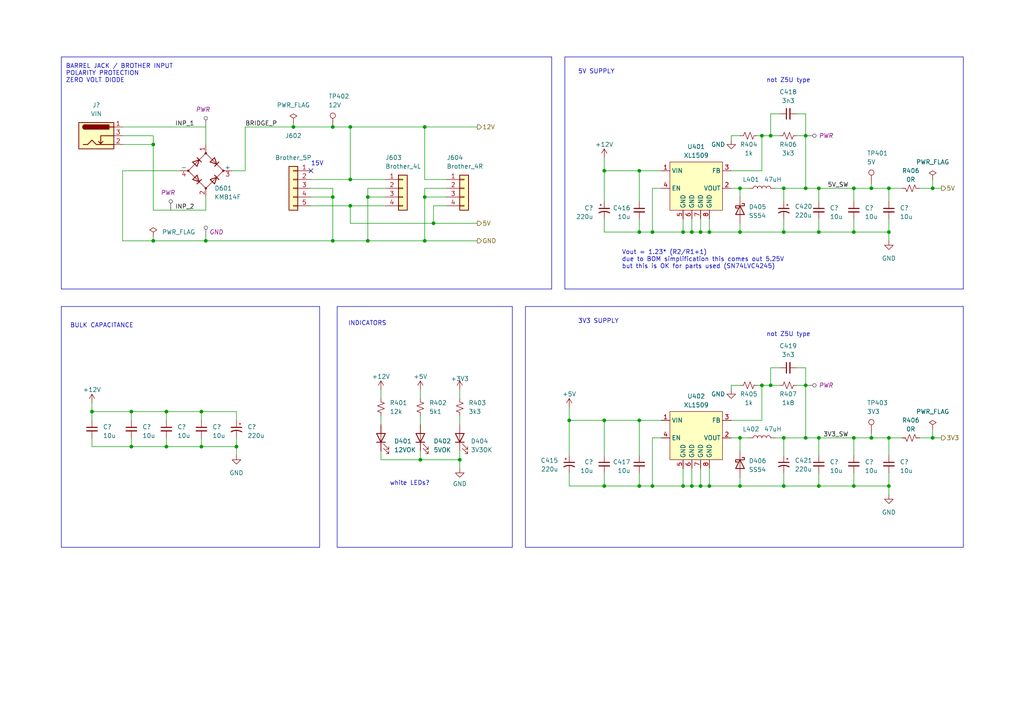
<source format=kicad_sch>
(kicad_sch (version 20230121) (generator eeschema)
  (paper "A4")
  (title_block (title "POWER SUPPLY") (date "2023-07-17") (rev "0.1") (company "matei") (comment 1 "ayab-knitting.com") (comment 2 "distributed under CC-BY-SA-4.0"))
  (lib_symbols
    (symbol "Connector:Barrel_Jack_Switch" (pin_names hide)
      (property "Reference" "J" (at 0 5.334 0))
      (property "Value" "Barrel_Jack_Switch" (at 0 -5.08 0))
      (symbol "Barrel_Jack_Switch_1_1"
        (pin passive line (at 7.62 2.54 180) (length 2.54) (name "~") (number "1"))
        (pin passive line (at 7.62 -2.54 180) (length 2.54) (name "~") (number "2"))
        (pin passive line (at 7.62 0 180) (length 2.54) (name "~") (number "3"))
      )
    )
    (symbol "Device:D_Bridge_+-AA" (pin_names (offset 0))
      (property "Reference" "D?" (at -10.16 -3.81 0))
      (property "Value" "D_Bridge_+-AA" (at -10.16 -6.35 0))
      (symbol "D_Bridge_+-AA_1_1"
        (pin passive line (at 0 7.62 270) (length 2.54) (name "~") (number "1"))
        (pin passive line (at 0 -7.62 90) (length 2.54) (name "~") (number "2"))
        (pin passive line (at 7.62 0 180) (length 2.54) (name "+") (number "3"))
        (pin passive line (at -7.62 0 0) (length 2.54) (name "-") (number "4"))
      )
    )
    (symbol "ayab-lib:C_Polarized_Small_US" (pin_numbers hide) (pin_names (offset 0.254) hide)
      (property "Reference" "C" (at 0.254 1.778 0))
      (property "Value" "C_Polarized_Small_US" (at 0.254 -2.032 0))
      (symbol "C_Polarized_Small_US_1_1"
        (pin passive line (at 0 2.54 270) (length 2.032) (name "~") (number "1"))
        (pin passive line (at 0 -2.54 90) (length 2.032) (name "~") (number "2"))
      )
    )
    (symbol "ayab-lib:C_Small" (pin_numbers hide) (pin_names (offset 0.254) hide)
      (property "Reference" "C" (at 0.254 1.778 0))
      (property "Value" "C_Small" (at 0.254 -2.032 0))
      (symbol "C_Small_1_1"
        (pin passive line (at 0 2.54 270) (length 2.032) (name "~") (number "1"))
        (pin passive line (at 0 -2.54 90) (length 2.032) (name "~") (number "2"))
      )
    )
    (symbol "ayab-lib:Conn_01x04" (pin_names (offset 1.016) hide)
      (property "Reference" "J" (at 0 5.08 0))
      (property "Value" "Conn_01x04" (at 0 -7.62 0))
      (symbol "Conn_01x04_1_1"
        (pin passive line (at -5.08 2.54 0) (length 3.81) (name "Pin_1") (number "1"))
        (pin passive line (at -5.08 0 0) (length 3.81) (name "Pin_2") (number "2"))
        (pin passive line (at -5.08 -2.54 0) (length 3.81) (name "Pin_3") (number "3"))
        (pin passive line (at -5.08 -5.08 0) (length 3.81) (name "Pin_4") (number "4"))
      )
    )
    (symbol "ayab-lib:Conn_01x05" (pin_names (offset 1.016) hide)
      (property "Reference" "J" (at 0 7.62 0))
      (property "Value" "Conn_01x05" (at 0 -7.62 0))
      (symbol "Conn_01x05_1_1"
        (pin passive line (at -5.08 5.08 0) (length 3.81) (name "Pin_1") (number "1"))
        (pin passive line (at -5.08 2.54 0) (length 3.81) (name "Pin_2") (number "2"))
        (pin passive line (at -5.08 0 0) (length 3.81) (name "Pin_3") (number "3"))
        (pin passive line (at -5.08 -2.54 0) (length 3.81) (name "Pin_4") (number "4"))
        (pin passive line (at -5.08 -5.08 0) (length 3.81) (name "Pin_5") (number "5"))
      )
    )
    (symbol "ayab-lib:D_Schottky" (pin_numbers hide) (pin_names (offset 1.016) hide)
      (property "Reference" "D" (at 0 2.54 0))
      (property "Value" "D_Schottky" (at 0 -2.54 0))
      (symbol "D_Schottky_1_1"
        (pin passive line (at -3.81 0 0) (length 2.54) (name "K") (number "1"))
        (pin passive line (at 3.81 0 180) (length 2.54) (name "A") (number "2"))
      )
    )
    (symbol "ayab-lib:L" (pin_numbers hide) (pin_names (offset 1.016) hide)
      (property "Reference" "L" (at -1.27 0 90))
      (property "Value" "L" (at 1.905 0 90))
      (symbol "L_1_1"
        (pin passive line (at 0 3.81 270) (length 1.27) (name "1") (number "1"))
        (pin passive line (at 0 -3.81 90) (length 1.27) (name "2") (number "2"))
      )
    )
    (symbol "ayab-lib:LED" (pin_numbers hide) (pin_names (offset 1.016) hide)
      (property "Reference" "D" (at 0 2.54 0))
      (property "Value" "LED" (at 0 -2.54 0))
      (symbol "LED_1_1"
        (pin passive line (at -3.81 0 0) (length 2.54) (name "K") (number "1"))
        (pin passive line (at 3.81 0 180) (length 2.54) (name "A") (number "2"))
      )
    )
    (symbol "ayab-lib:R_Small_US" (pin_numbers hide) (pin_names (offset 0.254) hide)
      (property "Reference" "R" (at 0.762 0.508 0))
      (property "Value" "R_Small_US" (at 0.762 -1.016 0))
      (symbol "R_Small_US_1_1"
        (pin passive line (at 0 2.54 270) (length 1.016) (name "~") (number "1"))
        (pin passive line (at 0 -2.54 90) (length 1.016) (name "~") (number "2"))
      )
    )
    (symbol "ayab-lib:TestPoint" (pin_numbers hide) (pin_names (offset 0.762) hide)
      (property "Reference" "TP" (at 0 6.858 0))
      (property "Value" "TestPoint" (at 0 5.08 0))
      (symbol "TestPoint_1_1"
        (pin passive line (at 0 0 90) (length 2.54) (name "1") (number "1"))
      )
    )
    (symbol "ayab-lib:XL1509"
      (property "Reference" "U" (at -6.35 16.51 0))
      (property "Value" "XL1509" (at 5.08 16.51 0))
      (symbol "XL1509_0_0"
        (pin input line (at -3.81 -7.62 90) (length 2.54) (name "GND") (number "5"))
        (pin input line (at -1.27 -7.62 90) (length 2.54) (name "GND") (number "6"))
        (pin input line (at 1.27 -7.62 90) (length 2.54) (name "GND") (number "7"))
        (pin input line (at 3.81 -7.62 90) (length 2.54) (name "GND") (number "8"))
      )
      (symbol "XL1509_1_1"
        (pin input line (at -10.16 6.35 0) (length 2.54) (name "VIN") (number "1"))
        (pin input line (at 10.16 1.27 180) (length 2.54) (name "VOUT") (number "2"))
        (pin input line (at 10.16 6.35 180) (length 2.54) (name "FB") (number "3"))
        (pin input line (at -10.16 1.27 0) (length 2.54) (name "EN") (number "4"))
      )
    )
    (symbol "power:+12V" (power) (pin_names (offset 0))
      (property "Value" "+12V" (at 0 3.556 0))
      (symbol "+12V_1_1"
        (pin power_in line (at 0 0 90) (length 0) hide (name "+12V") (number "1"))
      )
    )
    (symbol "power:+3V3" (power) (pin_names (offset 0))
      (property "Value" "+3V3" (at 0 3.556 0))
      (symbol "+3V3_1_1"
        (pin power_in line (at 0 0 90) (length 0) hide (name "+3V3") (number "1"))
      )
    )
    (symbol "power:+5V" (power) (pin_names (offset 0))
      (property "Value" "+5V" (at 0 3.556 0))
      (symbol "+5V_1_1"
        (pin power_in line (at 0 0 90) (length 0) hide (name "+5V") (number "1"))
      )
    )
    (symbol "power:GND" (power) (pin_names (offset 0))
      (property "Value" "GND" (at 0 -3.81 0))
      (symbol "GND_1_1"
        (pin power_in line (at 0 0 270) (length 0) hide (name "GND") (number "1"))
      )
    )
    (symbol "power:PWR_FLAG" (power) (pin_numbers hide) (pin_names (offset 0) hide)
      (property "Value" "PWR_FLAG" (at 0 3.81 0))
      (symbol "PWR_FLAG_0_0"
        (pin power_out line (at 0 0 90) (length 0) (name "pwr") (number "1"))
      )
    )
  )
  (junction (at 125.73 64.77))
  (junction (at 198.12 140.97))
  (junction (at 223.52 111.76))
  (junction (at 44.45 69.85))
  (junction (at 189.23 140.97))
  (junction (at 38.1 119.38))
  (junction (at 189.23 67.31))
  (junction (at 220.98 39.37))
  (junction (at 237.49 140.97))
  (junction (at 247.65 54.61))
  (junction (at 96.52 57.15))
  (junction (at 198.12 67.31))
  (junction (at 38.1 129.54))
  (junction (at 185.42 121.92))
  (junction (at 121.92 133.35))
  (junction (at 101.6 36.83))
  (junction (at 203.2 67.31))
  (junction (at 101.6 52.07))
  (junction (at 227.33 127))
  (junction (at 133.35 133.35))
  (junction (at 106.68 69.85))
  (junction (at 185.42 140.97))
  (junction (at 257.81 67.31))
  (junction (at 237.49 54.61))
  (junction (at 123.19 57.15))
  (junction (at 203.2 140.97))
  (junction (at 214.63 140.97))
  (junction (at 101.6 59.69))
  (junction (at 247.65 140.97))
  (junction (at 257.81 127))
  (junction (at 85.09 36.83))
  (junction (at 44.45 41.91))
  (junction (at 227.33 140.97))
  (junction (at 233.68 127))
  (junction (at 233.68 39.37))
  (junction (at 227.33 67.31))
  (junction (at 58.42 119.38))
  (junction (at 185.42 49.53))
  (junction (at 214.63 67.31))
  (junction (at 257.81 54.61))
  (junction (at 123.19 69.85))
  (junction (at 200.66 140.97))
  (junction (at 165.1 121.92))
  (junction (at 205.74 140.97))
  (junction (at 26.67 119.38))
  (junction (at 233.68 111.76))
  (junction (at 200.66 67.31))
  (junction (at 214.63 54.61))
  (junction (at 214.63 127))
  (junction (at 237.49 67.31))
  (junction (at 175.26 121.92))
  (junction (at 227.33 54.61))
  (junction (at 223.52 39.37))
  (junction (at 252.73 54.61))
  (junction (at 270.51 54.61))
  (junction (at 48.26 119.38))
  (junction (at 175.26 140.97))
  (junction (at 175.26 49.53))
  (junction (at 233.68 54.61))
  (junction (at 220.98 111.76))
  (junction (at 106.68 57.15))
  (junction (at 96.52 69.85))
  (junction (at 257.81 140.97))
  (junction (at 205.74 67.31))
  (junction (at 237.49 127))
  (junction (at 58.42 129.54))
  (junction (at 48.26 129.54))
  (junction (at 252.73 127))
  (junction (at 247.65 67.31))
  (junction (at 96.52 36.83))
  (junction (at 123.19 36.83))
  (junction (at 270.51 127))
  (junction (at 59.69 69.85))
  (junction (at 247.65 127))
  (junction (at 185.42 67.31))
  (junction (at 68.58 129.54))
  (no_connect (at 90.17 49.53))
  (polyline (pts (xy 17.78 158.75) (xy 92.71 158.75)))
  (wire (pts (xy 129.54 54.61) (xy 123.19 54.61)))
  (wire (pts (xy 175.26 137.16) (xy 175.26 140.97)))
  (wire (pts (xy 257.81 54.61) (xy 257.81 58.42)))
  (wire (pts (xy 237.49 140.97) (xy 247.65 140.97)))
  (polyline (pts (xy 97.79 88.9) (xy 97.79 158.75)))
  (wire (pts (xy 257.81 137.16) (xy 257.81 140.97)))
  (wire (pts (xy 247.65 67.31) (xy 257.81 67.31)))
  (wire (pts (xy 48.26 119.38) (xy 48.26 121.92)))
  (wire (pts (xy 214.63 64.77) (xy 214.63 67.31)))
  (wire (pts (xy 35.56 49.53) (xy 35.56 69.85)))
  (wire (pts (xy 123.19 54.61) (xy 123.19 57.15)))
  (wire (pts (xy 96.52 57.15) (xy 96.52 69.85)))
  (polyline (pts (xy 17.78 83.82) (xy 160.02 83.82)))
  (wire (pts (xy 257.81 63.5) (xy 257.81 67.31)))
  (wire (pts (xy 220.98 111.76) (xy 219.71 111.76)))
  (wire (pts (xy 223.52 33.02) (xy 223.52 39.37)))
  (wire (pts (xy 101.6 36.83) (xy 123.19 36.83)))
  (wire (pts (xy 26.67 127) (xy 26.67 129.54)))
  (wire (pts (xy 227.33 63.5) (xy 227.33 67.31)))
  (wire (pts (xy 214.63 39.37) (xy 212.09 39.37)))
  (wire (pts (xy 129.54 59.69) (xy 125.73 59.69)))
  (wire (pts (xy 125.73 59.69) (xy 125.73 64.77)))
  (wire (pts (xy 266.7 127) (xy 270.51 127)))
  (wire (pts (xy 59.69 69.85) (xy 96.52 69.85)))
  (wire (pts (xy 212.09 54.61) (xy 214.63 54.61)))
  (polyline (pts (xy 279.4 158.75) (xy 279.4 88.9)))
  (wire (pts (xy 96.52 54.61) (xy 96.52 57.15)))
  (wire (pts (xy 175.26 49.53) (xy 175.26 58.42)))
  (wire (pts (xy 203.2 67.31) (xy 205.74 67.31)))
  (wire (pts (xy 270.51 52.07) (xy 270.51 54.61)))
  (wire (pts (xy 233.68 54.61) (xy 237.49 54.61)))
  (wire (pts (xy 189.23 127) (xy 189.23 140.97)))
  (wire (pts (xy 237.49 54.61) (xy 237.49 58.42)))
  (wire (pts (xy 252.73 125.73) (xy 252.73 127)))
  (wire (pts (xy 175.26 121.92) (xy 175.26 132.08)))
  (wire (pts (xy 58.42 119.38) (xy 58.42 121.92)))
  (wire (pts (xy 68.58 119.38) (xy 68.58 121.92)))
  (wire (pts (xy 214.63 111.76) (xy 212.09 111.76)))
  (wire (pts (xy 191.77 121.92) (xy 185.42 121.92)))
  (wire (pts (xy 233.68 39.37) (xy 231.14 39.37)))
  (wire (pts (xy 90.17 59.69) (xy 101.6 59.69)))
  (wire (pts (xy 96.52 36.83) (xy 101.6 36.83)))
  (wire (pts (xy 90.17 57.15) (xy 96.52 57.15)))
  (wire (pts (xy 38.1 119.38) (xy 48.26 119.38)))
  (wire (pts (xy 123.19 57.15) (xy 129.54 57.15)))
  (wire (pts (xy 200.66 67.31) (xy 203.2 67.31)))
  (polyline (pts (xy 160.02 83.82) (xy 160.02 16.51)))
  (wire (pts (xy 252.73 127) (xy 257.81 127)))
  (wire (pts (xy 59.69 36.83) (xy 59.69 41.91)))
  (wire (pts (xy 212.09 49.53) (xy 220.98 49.53)))
  (wire (pts (xy 257.81 67.31) (xy 257.81 69.85)))
  (wire (pts (xy 90.17 54.61) (xy 96.52 54.61)))
  (polyline (pts (xy 17.78 88.9) (xy 17.78 158.75)))
  (wire (pts (xy 257.81 140.97) (xy 257.81 143.51)))
  (wire (pts (xy 226.06 111.76) (xy 223.52 111.76)))
  (wire (pts (xy 214.63 67.31) (xy 205.74 67.31)))
  (wire (pts (xy 233.68 111.76) (xy 233.68 106.68)))
  (wire (pts (xy 227.33 67.31) (xy 237.49 67.31)))
  (wire (pts (xy 220.98 111.76) (xy 223.52 111.76)))
  (wire (pts (xy 257.81 127) (xy 261.62 127)))
  (wire (pts (xy 44.45 68.58) (xy 44.45 69.85)))
  (wire (pts (xy 270.51 54.61) (xy 273.05 54.61)))
  (wire (pts (xy 237.49 67.31) (xy 247.65 67.31)))
  (wire (pts (xy 237.49 127) (xy 247.65 127)))
  (wire (pts (xy 212.09 127) (xy 214.63 127)))
  (wire (pts (xy 44.45 69.85) (xy 59.69 69.85)))
  (wire (pts (xy 203.2 63.5) (xy 203.2 67.31)))
  (wire (pts (xy 175.26 140.97) (xy 185.42 140.97)))
  (polyline (pts (xy 152.4 88.9) (xy 279.4 88.9)))
  (polyline (pts (xy 279.4 16.51) (xy 163.83 16.51)))
  (wire (pts (xy 252.73 54.61) (xy 257.81 54.61)))
  (wire (pts (xy 266.7 54.61) (xy 270.51 54.61)))
  (wire (pts (xy 110.49 120.65) (xy 110.49 123.19)))
  (wire (pts (xy 38.1 127) (xy 38.1 129.54)))
  (wire (pts (xy 191.77 127) (xy 189.23 127)))
  (wire (pts (xy 203.2 140.97) (xy 205.74 140.97)))
  (wire (pts (xy 38.1 129.54) (xy 48.26 129.54)))
  (wire (pts (xy 233.68 106.68) (xy 231.14 106.68)))
  (wire (pts (xy 227.33 127) (xy 227.33 132.08)))
  (wire (pts (xy 44.45 60.96) (xy 44.45 41.91)))
  (wire (pts (xy 185.42 63.5) (xy 185.42 67.31)))
  (wire (pts (xy 237.49 137.16) (xy 237.49 140.97)))
  (wire (pts (xy 101.6 52.07) (xy 111.76 52.07)))
  (wire (pts (xy 226.06 39.37) (xy 223.52 39.37)))
  (wire (pts (xy 35.56 69.85) (xy 44.45 69.85)))
  (wire (pts (xy 233.68 111.76) (xy 233.68 127)))
  (wire (pts (xy 252.73 53.34) (xy 252.73 54.61)))
  (wire (pts (xy 26.67 119.38) (xy 26.67 121.92)))
  (wire (pts (xy 220.98 121.92) (xy 220.98 111.76)))
  (wire (pts (xy 226.06 33.02) (xy 223.52 33.02)))
  (wire (pts (xy 205.74 140.97) (xy 205.74 135.89)))
  (wire (pts (xy 227.33 140.97) (xy 214.63 140.97)))
  (wire (pts (xy 237.49 63.5) (xy 237.49 67.31)))
  (wire (pts (xy 35.56 49.53) (xy 52.07 49.53)))
  (wire (pts (xy 35.56 39.37) (xy 44.45 39.37)))
  (wire (pts (xy 110.49 113.03) (xy 110.49 115.57)))
  (wire (pts (xy 257.81 54.61) (xy 261.62 54.61)))
  (wire (pts (xy 189.23 67.31) (xy 198.12 67.31)))
  (wire (pts (xy 111.76 54.61) (xy 106.68 54.61)))
  (wire (pts (xy 44.45 39.37) (xy 44.45 41.91)))
  (wire (pts (xy 133.35 130.81) (xy 133.35 133.35)))
  (wire (pts (xy 189.23 54.61) (xy 189.23 67.31)))
  (wire (pts (xy 123.19 36.83) (xy 138.43 36.83)))
  (wire (pts (xy 220.98 39.37) (xy 223.52 39.37)))
  (wire (pts (xy 133.35 120.65) (xy 133.35 123.19)))
  (wire (pts (xy 123.19 57.15) (xy 123.19 69.85)))
  (wire (pts (xy 68.58 129.54) (xy 68.58 132.08)))
  (wire (pts (xy 38.1 119.38) (xy 38.1 121.92)))
  (wire (pts (xy 227.33 137.16) (xy 227.33 140.97)))
  (wire (pts (xy 247.65 127) (xy 247.65 132.08)))
  (wire (pts (xy 185.42 67.31) (xy 189.23 67.31)))
  (wire (pts (xy 233.68 127) (xy 237.49 127)))
  (wire (pts (xy 198.12 135.89) (xy 198.12 140.97)))
  (wire (pts (xy 185.42 49.53) (xy 185.42 58.42)))
  (wire (pts (xy 223.52 106.68) (xy 223.52 111.76)))
  (wire (pts (xy 227.33 140.97) (xy 237.49 140.97)))
  (wire (pts (xy 175.26 67.31) (xy 185.42 67.31)))
  (wire (pts (xy 101.6 64.77) (xy 101.6 59.69)))
  (wire (pts (xy 200.66 135.89) (xy 200.66 140.97)))
  (polyline (pts (xy 97.79 158.75) (xy 148.59 158.75)))
  (wire (pts (xy 101.6 59.69) (xy 111.76 59.69)))
  (wire (pts (xy 68.58 129.54) (xy 68.58 127)))
  (wire (pts (xy 129.54 52.07) (xy 123.19 52.07)))
  (wire (pts (xy 227.33 67.31) (xy 214.63 67.31)))
  (wire (pts (xy 212.09 39.37) (xy 212.09 40.64)))
  (polyline (pts (xy 279.4 16.51) (xy 279.4 83.82)))
  (wire (pts (xy 247.65 127) (xy 252.73 127)))
  (wire (pts (xy 58.42 129.54) (xy 68.58 129.54)))
  (wire (pts (xy 220.98 49.53) (xy 220.98 39.37)))
  (wire (pts (xy 224.79 127) (xy 227.33 127)))
  (polyline (pts (xy 97.79 88.9) (xy 148.59 88.9)))
  (wire (pts (xy 227.33 127) (xy 233.68 127)))
  (polyline (pts (xy 92.71 158.75) (xy 92.71 88.9)))
  (wire (pts (xy 133.35 113.03) (xy 133.35 115.57)))
  (wire (pts (xy 106.68 54.61) (xy 106.68 57.15)))
  (wire (pts (xy 185.42 121.92) (xy 185.42 132.08)))
  (wire (pts (xy 165.1 121.92) (xy 165.1 132.08)))
  (wire (pts (xy 121.92 113.03) (xy 121.92 115.57)))
  (wire (pts (xy 96.52 69.85) (xy 106.68 69.85)))
  (wire (pts (xy 48.26 129.54) (xy 58.42 129.54)))
  (wire (pts (xy 44.45 60.96) (xy 59.69 60.96)))
  (wire (pts (xy 165.1 118.11) (xy 165.1 121.92)))
  (wire (pts (xy 106.68 57.15) (xy 106.68 69.85)))
  (wire (pts (xy 110.49 133.35) (xy 121.92 133.35)))
  (wire (pts (xy 214.63 127) (xy 217.17 127)))
  (wire (pts (xy 133.35 133.35) (xy 133.35 135.89)))
  (wire (pts (xy 214.63 140.97) (xy 205.74 140.97)))
  (wire (pts (xy 237.49 54.61) (xy 247.65 54.61)))
  (polyline (pts (xy 148.59 158.75) (xy 148.59 88.9)))
  (wire (pts (xy 226.06 106.68) (xy 223.52 106.68)))
  (wire (pts (xy 165.1 137.16) (xy 165.1 140.97)))
  (wire (pts (xy 191.77 49.53) (xy 185.42 49.53)))
  (wire (pts (xy 257.81 127) (xy 257.81 132.08)))
  (wire (pts (xy 59.69 68.58) (xy 59.69 69.85)))
  (wire (pts (xy 48.26 127) (xy 48.26 129.54)))
  (wire (pts (xy 214.63 138.43) (xy 214.63 140.97)))
  (wire (pts (xy 247.65 63.5) (xy 247.65 67.31)))
  (wire (pts (xy 200.66 140.97) (xy 203.2 140.97)))
  (wire (pts (xy 121.92 133.35) (xy 133.35 133.35)))
  (wire (pts (xy 205.74 67.31) (xy 205.74 63.5)))
  (wire (pts (xy 227.33 54.61) (xy 227.33 58.42)))
  (wire (pts (xy 247.65 54.61) (xy 247.65 58.42)))
  (polyline (pts (xy 152.4 88.9) (xy 152.4 158.75)))
  (wire (pts (xy 200.66 63.5) (xy 200.66 67.31)))
  (wire (pts (xy 233.68 33.02) (xy 231.14 33.02)))
  (wire (pts (xy 212.09 121.92) (xy 220.98 121.92)))
  (wire (pts (xy 270.51 124.46) (xy 270.51 127)))
  (wire (pts (xy 189.23 140.97) (xy 198.12 140.97)))
  (polyline (pts (xy 17.78 16.51) (xy 160.02 16.51)))
  (polyline (pts (xy 17.78 88.9) (xy 92.71 88.9)))
  (wire (pts (xy 123.19 36.83) (xy 123.19 52.07)))
  (wire (pts (xy 175.26 45.72) (xy 175.26 49.53)))
  (wire (pts (xy 203.2 135.89) (xy 203.2 140.97)))
  (wire (pts (xy 101.6 52.07) (xy 101.6 36.83)))
  (polyline (pts (xy 17.78 16.51) (xy 17.78 83.82)))
  (wire (pts (xy 233.68 111.76) (xy 231.14 111.76)))
  (wire (pts (xy 26.67 116.84) (xy 26.67 119.38)))
  (wire (pts (xy 48.26 119.38) (xy 58.42 119.38)))
  (wire (pts (xy 90.17 52.07) (xy 101.6 52.07)))
  (wire (pts (xy 71.12 49.53) (xy 71.12 36.83)))
  (wire (pts (xy 227.33 54.61) (xy 233.68 54.61)))
  (wire (pts (xy 233.68 39.37) (xy 233.68 54.61)))
  (wire (pts (xy 185.42 121.92) (xy 175.26 121.92)))
  (wire (pts (xy 85.09 36.83) (xy 96.52 36.83)))
  (wire (pts (xy 58.42 127) (xy 58.42 129.54)))
  (wire (pts (xy 110.49 130.81) (xy 110.49 133.35)))
  (wire (pts (xy 175.26 63.5) (xy 175.26 67.31)))
  (wire (pts (xy 237.49 127) (xy 237.49 132.08)))
  (wire (pts (xy 224.79 54.61) (xy 227.33 54.61)))
  (wire (pts (xy 59.69 60.96) (xy 59.69 57.15)))
  (wire (pts (xy 220.98 39.37) (xy 219.71 39.37)))
  (wire (pts (xy 26.67 129.54) (xy 38.1 129.54)))
  (wire (pts (xy 121.92 120.65) (xy 121.92 123.19)))
  (wire (pts (xy 111.76 57.15) (xy 106.68 57.15)))
  (wire (pts (xy 198.12 63.5) (xy 198.12 67.31)))
  (wire (pts (xy 191.77 54.61) (xy 189.23 54.61)))
  (wire (pts (xy 85.09 35.56) (xy 85.09 36.83)))
  (wire (pts (xy 123.19 69.85) (xy 138.43 69.85)))
  (polyline (pts (xy 163.83 83.82) (xy 279.4 83.82)))
  (polyline (pts (xy 163.83 16.51) (xy 163.83 83.82)))
  (wire (pts (xy 35.56 36.83) (xy 59.69 36.83)))
  (wire (pts (xy 198.12 67.31) (xy 200.66 67.31)))
  (wire (pts (xy 247.65 137.16) (xy 247.65 140.97)))
  (wire (pts (xy 185.42 49.53) (xy 175.26 49.53)))
  (wire (pts (xy 214.63 54.61) (xy 214.63 57.15)))
  (wire (pts (xy 71.12 36.83) (xy 85.09 36.83)))
  (wire (pts (xy 26.67 119.38) (xy 38.1 119.38)))
  (wire (pts (xy 67.31 49.53) (xy 71.12 49.53)))
  (wire (pts (xy 214.63 54.61) (xy 217.17 54.61)))
  (wire (pts (xy 185.42 140.97) (xy 189.23 140.97)))
  (polyline (pts (xy 152.4 158.75) (xy 279.4 158.75)))
  (wire (pts (xy 270.51 127) (xy 273.05 127)))
  (wire (pts (xy 247.65 54.61) (xy 252.73 54.61)))
  (wire (pts (xy 185.42 137.16) (xy 185.42 140.97)))
  (wire (pts (xy 125.73 64.77) (xy 138.43 64.77)))
  (wire (pts (xy 212.09 111.76) (xy 212.09 113.03)))
  (wire (pts (xy 233.68 39.37) (xy 233.68 33.02)))
  (wire (pts (xy 121.92 130.81) (xy 121.92 133.35)))
  (wire (pts (xy 214.63 127) (xy 214.63 130.81)))
  (wire (pts (xy 58.42 119.38) (xy 68.58 119.38)))
  (wire (pts (xy 101.6 64.77) (xy 125.73 64.77)))
  (wire (pts (xy 247.65 140.97) (xy 257.81 140.97)))
  (wire (pts (xy 106.68 69.85) (xy 123.19 69.85)))
  (wire (pts (xy 198.12 140.97) (xy 200.66 140.97)))
  (wire (pts (xy 44.45 41.91) (xy 35.56 41.91)))
  (wire (pts (xy 175.26 121.92) (xy 165.1 121.92)))
  (wire (pts (xy 165.1 140.97) (xy 175.26 140.97)))
  (text "not Z5U type" (at 222.25 97.79 0) (effects (font (size 1.27 1.27)) (justify left bottom)))
  (text "BULK CAPACITANCE\n" (at 20.32 95.25 0) (effects (font (size 1.27 1.27)) (justify left bottom)))
  (text "5V SUPPLY" (at 167.64 21.59 0) (effects (font (size 1.27 1.27)) (justify left bottom)))
  (text "INDICATORS" (at 100.965 94.615 0) (effects (font (size 1.27 1.27)) (justify left bottom)))
  (text "not Z5U type" (at 222.25 24.13 0) (effects (font (size 1.27 1.27)) (justify left bottom)))
  (text "3V3 SUPPLY" (at 167.64 93.98 0) (effects (font (size 1.27 1.27)) (justify left bottom)))
  (text "Vout = 1.23* (R2/R1+1)\ndue to BOM simplification this comes out 5.25V \nbut this is OK for parts used (SN74LVC4245)" (at 180.34 78.105 0) (effects (font (size 1.27 1.27)) (justify left bottom)))
  (text "white LEDs?" (at 113.03 140.97 0) (effects (font (size 1.27 1.27)) (justify left bottom)))
  (text "15V" (at 90.17 48.26 0) (effects (font (size 1.27 1.27)) (justify left bottom)))
  (text "BARREL JACK / BROTHER INPUT\nPOLARITY PROTECTION\nZERO VOLT DIODE" (at 19.05 24.13 0) (effects (font (size 1.27 1.27)) (justify left bottom)))
  (label "3V3_SW" (at 238.76 127 0))
  (label "BRIDGE_P" (at 71.12 36.83 0))
  (label "5V_SW" (at 240.03 54.61 0))
  (label "INP_2" (at 50.8 60.96 0))
  (label "INP_1" (at 50.8 36.83 0))
  (hierarchical_label "3V3" (shape output) (at 273.05 127 0))
  (hierarchical_label "5V" (shape output) (at 138.43 64.77 0))
  (hierarchical_label "5V" (shape output) (at 273.05 54.61 0))
  (hierarchical_label "12V" (shape output) (at 138.43 36.83 0))
  (hierarchical_label "GND" (shape output) (at 138.43 69.85 0))
  (netclass_flag "" (length 2.54) (shape round) (at 233.68 39.37 270) (property "Netclass" "PWR" (at 237.49 39.37 0) (effects (font italic) (justify left))))
  (netclass_flag "" (length 2.54) (shape round) (at 49.53 60.96 0) (property "Netclass" "PWR" (at 50.8 55.88 0) (effects (font italic) (justify right))))
  (netclass_flag "" (length 2.54) (shape round) (at 59.69 68.58 0) (property "Netclass" "GND" (at 64.77 67.31 0) (effects (font italic) (justify right))))
  (netclass_flag "" (length 2.54) (shape round) (at 233.68 111.76 270) (property "Netclass" "PWR" (at 237.49 111.76 0) (effects (font italic) (justify left))))
  (netclass_flag "" (length 2.54) (shape round) (at 59.69 36.83 0) (property "Netclass" "PWR" (at 60.96 31.75 0) (effects (font italic) (justify right))))
  (symbol (lib_id "ayab-lib:C_Polarized_Small_US") (at 175.26 60.96 0) (unit 1)
    (property "Reference" "C?" (at 172.085 60.3313 0) (effects (justify right)))
    (property "Value" "220u" (at 172.085 62.8713 0) (effects (justify right)))
    (property "Footprint" "Capacitor_THT:CP_Radial_D6.3mm_P2.50mm" (effects hide))
    (property "Package" "0603" (effects hide))
    (property "Voltage rating" "25V Aluminum Electrolytic" (effects hide))
    (property "LCSC ID" "C44587" (effects hide))
    (property "OEM PN" "KS107M025E07RR0VH2FP0" (effects hide))
    (property "OEM" "CX(Dongguan Chengxing Elec)" (effects hide))
    (instances (project "electronic-knitter" (path "" (reference "C?") (unit 1)) (path "" (reference "C411") (unit 1))) (project "ayab-esp32" (path "" (reference "C607") (unit 1))))
  )
  (symbol (lib_id "ayab-lib:Conn_01x04") (at 134.62 54.61 0) (unit 1) (in_bom no)
    (property "Reference" "J604" (at 129.54 45.72 0) (effects (justify left)))
    (property "Value" "Brother_4R" (at 129.54 48.26 0) (effects (justify left)))
    (property "Footprint" "Library:Brother_4P" (effects hide))
  )
  (symbol (lib_id "ayab-lib:LED") (at 133.35 127 90) (unit 1)
    (property "Reference" "D404" (at 136.525 127.9525 90) (effects (justify right)))
    (property "Value" "3V3OK" (at 136.525 130.4925 90) (effects (justify right)))
    (property "Footprint" "Diode_SMD:D_0603_1608Metric" (effects hide))
    (property "Package" "0603" (effects hide))
    (property "LCSC ID" "C2290" (effects hide))
    (property "OEM PN" "C2290" (effects hide))
    (property "OEM" "Hubei KENTO Elec" (effects hide))
    (instances (project "electronic-knitter" (path "" (reference "D404") (unit 1))) (project "ayab-esp32" (path "" (reference "D604") (unit 1))))
  )
  (symbol (lib_id "ayab-lib:C_Small") (at 48.26 124.46 0) (mirror y) (unit 1)
    (property "Reference" "C?" (at 51.435 123.8313 0) (effects (justify right)))
    (property "Value" "10u" (at 51.435 126.3713 0) (effects (justify right)))
    (property "Footprint" "Capacitor_SMD:C_0805_2012Metric" (effects hide))
    (property "Package" "0805" (effects hide))
    (property "Voltage rating" "24V X5R" (effects hide))
    (property "LCSC ID" "C15850" (effects hide))
    (property "OEM PN" "CL21A106KAYNNNE" (effects hide))
    (property "OEM" "Samsung Electro-Mechanics" (effects hide))
    (instances (project "electronic-knitter" (path "" (reference "C?") (unit 1)) (path "" (reference "C426") (unit 1))) (project "ayab-esp32" (path "" (reference "C604") (unit 1))))
  )
  (symbol (lib_id "ayab-lib:C_Small") (at 185.42 134.62 0) (unit 1)
    (property "Reference" "C417" (at 182.88 133.9913 0) (effects (justify right)))
    (property "Value" "10u" (at 182.88 136.5313 0) (effects (justify right)))
    (property "Footprint" "Capacitor_SMD:C_0805_2012Metric" (effects hide))
    (property "Package" "0805" (effects hide))
    (property "Voltage rating" "24V X5R" (effects hide))
    (property "LCSC ID" "C15850" (effects hide))
    (property "OEM PN" "CL21A106KAYNNNE" (effects hide))
    (property "OEM" "Samsung Electro-Mechanics" (effects hide))
    (instances (project "electronic-knitter" (path "" (reference "C417") (unit 1))) (project "ayab-esp32" (path "" (reference "C611") (unit 1))))
  )
  (symbol (lib_id "ayab-lib:C_Polarized_Small_US") (at 227.33 60.96 0) (mirror y) (unit 1)
    (property "Reference" "C420" (at 230.505 59.8932 0) (effects (justify right)))
    (property "Value" "220u" (at 230.505 62.4332 0) (effects (justify right)))
    (property "Footprint" "Capacitor_THT:CP_Radial_D6.3mm_P2.50mm" (effects hide))
    (property "Package" "0603" (effects hide))
    (property "Voltage rating" "25V Aluminum Electrolytic" (effects hide))
    (property "LCSC ID" "C44587" (effects hide))
    (property "OEM PN" "KS107M025E07RR0VH2FP0" (effects hide))
    (property "OEM" "CX(Dongguan Chengxing Elec)" (effects hide))
    (instances (project "electronic-knitter" (path "" (reference "C420") (unit 1))) (project "ayab-esp32" (path "" (reference "C612") (unit 1))))
  )
  (symbol (lib_id "power:+12V") (at 110.49 113.03 0) (mirror y) (unit 1)
    (property "Reference" "#PWR0114" (effects hide))
    (property "Value" "+12V" (at 110.49 109.22 0))
    (instances (project "electronic-knitter" (path "" (reference "#PWR0114") (unit 1)) (path "" (reference "#PWR0407") (unit 1))) (project "ayab-esp32" (path "" (reference "#PWR0603") (unit 1))))
  )
  (symbol (lib_id "ayab-lib:XL1509") (at 201.93 128.27 0) (unit 1)
    (property "Reference" "U402" (at 201.93 114.935 0))
    (property "Value" "XL1509" (at 201.93 117.475 0))
    (property "Footprint" "Package_SO:SOIC-8_3.9x4.9mm_P1.27mm" (effects hide))
    (property "Datasheet" "https://datasheet.lcsc.com/lcsc/2304140030_XLSEMI-XL1509-5-0E1_C61063.pdf" (effects hide))
    (property "Package" "SOIC-8" (effects hide))
    (property "LCSC ID" "C61063" (effects hide))
    (property "OEM PN" "XL1509-5.0E1" (effects hide))
    (property "OEM" "XLSEMI" (effects hide))
    (instances (project "electronic-knitter" (path "" (reference "U402") (unit 1))) (project "ayab-esp32" (path "" (reference "U602") (unit 1))))
  )
  (symbol (lib_id "ayab-lib:C_Small") (at 175.26 134.62 0) (unit 1)
    (property "Reference" "C?" (at 172.085 133.9913 0) (effects (justify right)))
    (property "Value" "10u" (at 172.085 136.5313 0) (effects (justify right)))
    (property "Footprint" "Capacitor_SMD:C_0805_2012Metric" (effects hide))
    (property "Package" "0805" (effects hide))
    (property "Voltage rating" "24V X5R" (effects hide))
    (property "LCSC ID" "C15850" (effects hide))
    (property "OEM PN" "CL21A106KAYNNNE" (effects hide))
    (property "OEM" "Samsung Electro-Mechanics" (effects hide))
    (instances (project "electronic-knitter" (path "" (reference "C?") (unit 1)) (path "" (reference "C424") (unit 1))) (project "ayab-esp32" (path "" (reference "C602") (unit 1))))
  )
  (symbol (lib_id "ayab-lib:Conn_01x05") (at 85.09 54.61 0) (mirror y) (unit 1) (in_bom no)
    (property "Reference" "J602" (at 85.09 39.37 0))
    (property "Value" "Brother_5P" (at 85.09 45.72 0))
    (property "Footprint" "Library:Brother_5P" (effects hide))
  )
  (symbol (lib_id "ayab-lib:LED") (at 121.92 127 90) (unit 1)
    (property "Reference" "D402" (at 125.73 127.9525 90) (effects (justify right)))
    (property "Value" "5VOK" (at 125.73 130.4925 90) (effects (justify right)))
    (property "Footprint" "Diode_SMD:D_0603_1608Metric" (effects hide))
    (property "Package" "0603" (effects hide))
    (property "LCSC ID" "C2290" (effects hide))
    (property "OEM PN" "C2290" (effects hide))
    (property "OEM" "Hubei KENTO Elec" (effects hide))
    (instances (project "electronic-knitter" (path "" (reference "D402") (unit 1))) (project "ayab-esp32" (path "" (reference "D603") (unit 1))))
  )
  (symbol (lib_id "ayab-lib:C_Small") (at 247.65 134.62 0) (mirror y) (unit 1)
    (property "Reference" "C?" (at 250.825 133.9913 0) (effects (justify right)))
    (property "Value" "10u" (at 250.825 136.5313 0) (effects (justify right)))
    (property "Footprint" "Capacitor_SMD:C_0805_2012Metric" (effects hide))
    (property "Package" "0805" (effects hide))
    (property "Voltage rating" "24V X5R" (effects hide))
    (property "LCSC ID" "C15850" (effects hide))
    (property "OEM PN" "CL21A106KAYNNNE" (effects hide))
    (property "OEM" "Samsung Electro-Mechanics" (effects hide))
    (instances (project "electronic-knitter" (path "" (reference "C?") (unit 1)) (path "" (reference "C410") (unit 1))) (project "ayab-esp32" (path "" (reference "C619") (unit 1))))
  )
  (symbol (lib_id "ayab-lib:L") (at 220.98 54.61 90) (unit 1)
    (property "Reference" "L401" (at 217.805 52.07 90))
    (property "Value" "47uH" (at 224.155 52.07 90))
    (property "Footprint" "Inductor_SMD:L_12x12mm_H8mm" (effects hide))
    (property "Datasheet" "https://datasheet.lcsc.com/lcsc/2108131530_SXN-Shun-Xiang-Nuo-Elec-SMDRI127-470MT_C9906.pdf" (effects hide))
    (property "Package" "12x12x8" (effects hide))
    (property "LCSC ID" "C9906" (effects hide))
    (property "OEM PN" "SMDRI127-470MT" (effects hide))
    (property "OEM" "SXN(Shun Xiang Nuo Elec)" (effects hide))
    (instances (project "electronic-knitter" (path "" (reference "L401") (unit 1))) (project "ayab-esp32" (path "" (reference "L601") (unit 1))))
  )
  (symbol (lib_id "ayab-lib:C_Polarized_Small_US") (at 165.1 134.62 0) (unit 1)
    (property "Reference" "C415" (at 161.925 133.5532 0) (effects (justify right)))
    (property "Value" "220u" (at 161.925 136.0932 0) (effects (justify right)))
    (property "Footprint" "Capacitor_THT:CP_Radial_D6.3mm_P2.50mm" (effects hide))
    (property "Package" "0603" (effects hide))
    (property "Voltage rating" "25V Aluminum Electrolytic" (effects hide))
    (property "LCSC ID" "C44587" (effects hide))
    (property "OEM PN" "KS107M025E07RR0VH2FP0" (effects hide))
    (property "OEM" "CX(Dongguan Chengxing Elec)" (effects hide))
    (instances (project "electronic-knitter" (path "" (reference "C415") (unit 1))) (project "ayab-esp32" (path "" (reference "C609") (unit 1))))
  )
  (symbol (lib_id "ayab-lib:R_Small_US") (at 264.16 54.61 90) (mirror x) (unit 1)
    (property "Reference" "R406" (at 264.16 49.53 90))
    (property "Value" "0R" (at 264.16 52.07 90))
    (property "Footprint" "Resistor_SMD:R_0603_1608Metric" (effects hide))
    (property "Package" "0603" (effects hide))
    (property "LCSC ID" "C21189" (effects hide))
    (property "OEM PN" "0603WAF0000T5E" (effects hide))
    (property "OEM" "UNI-ROYAL(Uniroyal Elec)" (effects hide))
    (instances (project "electronic-knitter" (path "" (reference "R406") (unit 1))) (project "ayab-esp32" (path "" (reference "R611") (unit 1))))
  )
  (symbol (lib_id "power:+3V3") (at 133.35 113.03 0) (unit 1)
    (property "Reference" "#PWR0409" (effects hide))
    (property "Value" "+3V3" (at 133.35 109.855 0))
    (instances (project "electronic-knitter" (path "" (reference "#PWR0409") (unit 1))) (project "ayab-esp32" (path "" (reference "#PWR0605") (unit 1))))
  )
  (symbol (lib_id "ayab-lib:C_Small") (at 247.65 60.96 0) (mirror y) (unit 1)
    (property "Reference" "C?" (at 250.825 60.3313 0) (effects (justify right)))
    (property "Value" "10u" (at 250.825 62.8713 0) (effects (justify right)))
    (property "Footprint" "Capacitor_SMD:C_0805_2012Metric" (effects hide))
    (property "Package" "0805" (effects hide))
    (property "Voltage rating" "24V X5R" (effects hide))
    (property "LCSC ID" "C15850" (effects hide))
    (property "OEM PN" "CL21A106KAYNNNE" (effects hide))
    (property "OEM" "Samsung Electro-Mechanics" (effects hide))
    (instances (project "electronic-knitter" (path "" (reference "C?") (unit 1)) (path "" (reference "C402") (unit 1))) (project "ayab-esp32" (path "" (reference "C618") (unit 1))))
  )
  (symbol (lib_id "ayab-lib:R_Small_US") (at 228.6 111.76 90) (unit 1)
    (property "Reference" "R407" (at 228.6 114.3 90))
    (property "Value" "1k8" (at 228.6 116.84 90))
    (property "Footprint" "Resistor_SMD:R_0603_1608Metric" (effects hide))
    (property "Package" "0603" (effects hide))
    (property "LCSC ID" "C4177" (effects hide))
    (property "OEM PN" "0603WAF1801T5E" (effects hide))
    (property "OEM" "UNI-ROYAL(Uniroyal Elec)" (effects hide))
    (instances (project "electronic-knitter" (path "" (reference "R407") (unit 1))) (project "ayab-esp32" (path "" (reference "R609") (unit 1))))
  )
  (symbol (lib_id "ayab-lib:R_Small_US") (at 121.92 118.11 0) (unit 1)
    (property "Reference" "R402" (at 124.46 116.84 0) (effects (justify left)))
    (property "Value" "5k1" (at 124.46 119.38 0) (effects (justify left)))
    (property "Footprint" "Resistor_SMD:R_0603_1608Metric" (effects hide))
    (property "Package" "0603" (effects hide))
    (property "LCSC ID" "C23186" (effects hide))
    (property "OEM PN" "0603WAF5101T5E" (effects hide))
    (property "OEM" "UNI-ROYAL(Uniroyal Elec)" (effects hide))
    (instances (project "electronic-knitter" (path "" (reference "R402") (unit 1))) (project "ayab-esp32" (path "" (reference "R604") (unit 1))))
  )
  (symbol (lib_id "ayab-lib:L") (at 220.98 127 90) (unit 1)
    (property "Reference" "L402" (at 217.805 124.46 90))
    (property "Value" "47uH" (at 224.155 124.46 90))
    (property "Footprint" "Inductor_SMD:L_12x12mm_H8mm" (effects hide))
    (property "Datasheet" "https://datasheet.lcsc.com/lcsc/2108131530_SXN-Shun-Xiang-Nuo-Elec-SMDRI127-470MT_C9906.pdf" (effects hide))
    (property "Package" "12x12x8" (effects hide))
    (property "LCSC ID" "C9906" (effects hide))
    (property "OEM PN" "SMDRI127-470MT" (effects hide))
    (property "OEM" "SXN(Shun Xiang Nuo Elec)" (effects hide))
    (instances (project "electronic-knitter" (path "" (reference "L402") (unit 1))) (project "ayab-esp32" (path "" (reference "L602") (unit 1))))
  )
  (symbol (lib_id "ayab-lib:TestPoint") (at 252.73 125.73 0) (unit 1) (in_bom no)
    (property "Reference" "TP403" (at 251.46 116.84 0) (effects (justify left)))
    (property "Value" "3V3" (at 251.46 119.38 0) (effects (justify left)))
    (property "Footprint" "TestPoint:TestPoint_Pad_D1.0mm" (effects hide))
    (instances (project "electronic-knitter" (path "" (reference "TP403") (unit 1))) (project "ayab-esp32" (path "" (reference "TP603") (unit 1))))
  )
  (symbol (lib_id "power:GND") (at 212.09 40.64 0) (unit 1)
    (property "Reference" "#PWR0413" (effects hide))
    (property "Value" "GND" (at 208.28 41.91 0))
    (instances (project "electronic-knitter" (path "" (reference "#PWR0413") (unit 1))) (project "ayab-esp32" (path "" (reference "#PWR0609") (unit 1))))
  )
  (symbol (lib_id "ayab-lib:TestPoint") (at 96.52 36.83 0) (unit 1) (in_bom no)
    (property "Reference" "TP402" (at 95.25 27.94 0) (effects (justify left)))
    (property "Value" "12V" (at 95.25 30.48 0) (effects (justify left)))
    (property "Footprint" "TestPoint:TestPoint_Pad_D1.0mm" (effects hide))
    (instances (project "electronic-knitter" (path "" (reference "TP402") (unit 1))) (project "ayab-esp32" (path "" (reference "TP601") (unit 1))))
  )
  (symbol (lib_id "power:GND") (at 257.81 69.85 0) (mirror y) (unit 1)
    (property "Reference" "#PWR0113" (effects hide))
    (property "Value" "GND" (at 257.81 74.93 0))
    (instances (project "electronic-knitter" (path "" (reference "#PWR0113") (unit 1)) (path "" (reference "#PWR0406") (unit 1))) (project "ayab-esp32" (path "" (reference "#PWR0611") (unit 1))))
  )
  (symbol (lib_id "ayab-lib:TestPoint") (at 252.73 53.34 0) (unit 1) (in_bom no)
    (property "Reference" "TP401" (at 251.46 44.45 0) (effects (justify left)))
    (property "Value" "5V" (at 251.46 46.99 0) (effects (justify left)))
    (property "Footprint" "TestPoint:TestPoint_Pad_D1.0mm" (effects hide))
    (instances (project "electronic-knitter" (path "" (reference "TP401") (unit 1))) (project "ayab-esp32" (path "" (reference "TP602") (unit 1))))
  )
  (symbol (lib_id "ayab-lib:C_Small") (at 237.49 60.96 0) (mirror y) (unit 1)
    (property "Reference" "C?" (at 240.665 60.3313 0) (effects (justify right)))
    (property "Value" "10u" (at 240.665 62.8713 0) (effects (justify right)))
    (property "Footprint" "Capacitor_SMD:C_0805_2012Metric" (effects hide))
    (property "Package" "0805" (effects hide))
    (property "Voltage rating" "24V X5R" (effects hide))
    (property "LCSC ID" "C15850" (effects hide))
    (property "OEM PN" "CL21A106KAYNNNE" (effects hide))
    (property "OEM" "Samsung Electro-Mechanics" (effects hide))
    (instances (project "electronic-knitter" (path "" (reference "C?") (unit 1)) (path "" (reference "C401") (unit 1))) (project "ayab-esp32" (path "" (reference "C616") (unit 1))))
  )
  (symbol (lib_id "ayab-lib:R_Small_US") (at 217.17 39.37 270) (unit 1)
    (property "Reference" "R404" (at 217.17 41.91 90))
    (property "Value" "1k" (at 217.17 44.45 90))
    (property "Footprint" "Resistor_SMD:R_0603_1608Metric" (effects hide))
    (property "Package" "0603" (effects hide))
    (property "LCSC ID" "C21190" (effects hide))
    (property "OEM PN" "0603WAF1001T5E" (effects hide))
    (property "OEM" "UNI-ROYAL(Uniroyal Elec)" (effects hide))
    (instances (project "electronic-knitter" (path "" (reference "R404") (unit 1))) (project "ayab-esp32" (path "" (reference "R606") (unit 1))))
  )
  (symbol (lib_id "ayab-lib:C_Polarized_Small_US") (at 227.33 134.62 0) (mirror y) (unit 1)
    (property "Reference" "C421" (at 230.505 133.5532 0) (effects (justify right)))
    (property "Value" "220u" (at 230.505 136.0932 0) (effects (justify right)))
    (property "Footprint" "Capacitor_THT:CP_Radial_D6.3mm_P2.50mm" (effects hide))
    (property "Package" "0603" (effects hide))
    (property "Voltage rating" "25V Aluminum Electrolytic" (effects hide))
    (property "LCSC ID" "C44587" (effects hide))
    (property "OEM PN" "KS107M025E07RR0VH2FP0" (effects hide))
    (property "OEM" "CX(Dongguan Chengxing Elec)" (effects hide))
    (instances (project "electronic-knitter" (path "" (reference "C421") (unit 1))) (project "ayab-esp32" (path "" (reference "C613") (unit 1))))
  )
  (symbol (lib_id "power:PWR_FLAG") (at 270.51 124.46 0) (unit 1)
    (property "Reference" "#FLG0606" (effects hide))
    (property "Value" "PWR_FLAG" (at 270.51 119.38 0))
  )
  (symbol (lib_id "power:GND") (at 212.09 113.03 0) (unit 1)
    (property "Reference" "#PWR0414" (effects hide))
    (property "Value" "GND" (at 208.28 114.3 0))
    (instances (project "electronic-knitter" (path "" (reference "#PWR0414") (unit 1))) (project "ayab-esp32" (path "" (reference "#PWR0610") (unit 1))))
  )
  (symbol (lib_id "ayab-lib:LED") (at 110.49 127 90) (unit 1)
    (property "Reference" "D401" (at 114.3 127.9525 90) (effects (justify right)))
    (property "Value" "12VOK" (at 114.3 130.4925 90) (effects (justify right)))
    (property "Footprint" "Diode_SMD:D_0603_1608Metric" (effects hide))
    (property "Package" "0603" (effects hide))
    (property "LCSC ID" "C2290" (effects hide))
    (property "OEM PN" "C2290" (effects hide))
    (property "OEM" "Hubei KENTO Elec" (effects hide))
    (instances (project "electronic-knitter" (path "" (reference "D401") (unit 1))) (project "ayab-esp32" (path "" (reference "D602") (unit 1))))
  )
  (symbol (lib_id "power:+5V") (at 165.1 118.11 0) (unit 1)
    (property "Reference" "#PWR0408" (effects hide))
    (property "Value" "+5V" (at 165.1 114.3 0))
    (instances (project "electronic-knitter" (path "" (reference "#PWR0408") (unit 1))) (project "ayab-esp32" (path "" (reference "#PWR0608") (unit 1))))
  )
  (symbol (lib_id "ayab-lib:C_Small") (at 26.67 124.46 0) (mirror y) (unit 1)
    (property "Reference" "C?" (at 29.845 123.8313 0) (effects (justify right)))
    (property "Value" "10u" (at 29.845 126.3713 0) (effects (justify right)))
    (property "Footprint" "Capacitor_SMD:C_0805_2012Metric" (effects hide))
    (property "Package" "0805" (effects hide))
    (property "Voltage rating" "24V X5R" (effects hide))
    (property "LCSC ID" "C15850" (effects hide))
    (property "OEM PN" "CL21A106KAYNNNE" (effects hide))
    (property "OEM" "Samsung Electro-Mechanics" (effects hide))
    (instances (project "electronic-knitter" (path "" (reference "C?") (unit 1)) (path "" (reference "C423") (unit 1))) (project "ayab-esp32" (path "" (reference "C601") (unit 1))))
  )
  (symbol (lib_id "power:+12V") (at 175.26 45.72 0) (mirror y) (unit 1)
    (property "Reference" "#PWR0114" (effects hide))
    (property "Value" "+12V" (at 175.26 41.91 0))
    (instances (project "electronic-knitter" (path "" (reference "#PWR0114") (unit 1)) (path "" (reference "#PWR0407") (unit 1))) (project "ayab-esp32" (path "" (reference "#PWR0607") (unit 1))))
  )
  (symbol (lib_id "power:PWR_FLAG") (at 270.51 52.07 0) (unit 1)
    (property "Reference" "#FLG0605" (effects hide))
    (property "Value" "PWR_FLAG" (at 270.51 46.99 0))
  )
  (symbol (lib_id "power:+5V") (at 121.92 113.03 0) (unit 1)
    (property "Reference" "#PWR0408" (effects hide))
    (property "Value" "+5V" (at 121.92 109.22 0))
    (instances (project "electronic-knitter" (path "" (reference "#PWR0408") (unit 1))) (project "ayab-esp32" (path "" (reference "#PWR0604") (unit 1))))
  )
  (symbol (lib_id "ayab-lib:C_Small") (at 38.1 124.46 0) (mirror y) (unit 1)
    (property "Reference" "C?" (at 41.275 123.8313 0) (effects (justify right)))
    (property "Value" "10u" (at 41.275 126.3713 0) (effects (justify right)))
    (property "Footprint" "Capacitor_SMD:C_0805_2012Metric" (effects hide))
    (property "Package" "0805" (effects hide))
    (property "Voltage rating" "24V X5R" (effects hide))
    (property "LCSC ID" "C15850" (effects hide))
    (property "OEM PN" "CL21A106KAYNNNE" (effects hide))
    (property "OEM" "Samsung Electro-Mechanics" (effects hide))
    (instances (project "electronic-knitter" (path "" (reference "C?") (unit 1)) (path "" (reference "C425") (unit 1))) (project "ayab-esp32" (path "" (reference "C603") (unit 1))))
  )
  (symbol (lib_id "ayab-lib:R_Small_US") (at 110.49 118.11 0) (unit 1)
    (property "Reference" "R401" (at 113.03 116.84 0) (effects (justify left)))
    (property "Value" "12k" (at 113.03 119.38 0) (effects (justify left)))
    (property "Footprint" "Resistor_SMD:R_0603_1608Metric" (effects hide))
    (property "Package" "0603" (effects hide))
    (property "LCSC ID" "C22790" (effects hide))
    (property "OEM PN" "0603WAF1202T5E" (effects hide))
    (property "OEM" "UNI-ROYAL(Uniroyal Elec)" (effects hide))
    (instances (project "electronic-knitter" (path "" (reference "R401") (unit 1))) (project "ayab-esp32" (path "" (reference "R603") (unit 1))))
  )
  (symbol (lib_id "power:GND") (at 68.58 132.08 0) (mirror y) (unit 1)
    (property "Reference" "#PWR0113" (effects hide))
    (property "Value" "GND" (at 68.58 137.16 0))
    (instances (project "electronic-knitter" (path "" (reference "#PWR0113") (unit 1)) (path "" (reference "#PWR0406") (unit 1))) (project "ayab-esp32" (path "" (reference "#PWR0602") (unit 1))))
  )
  (symbol (lib_id "ayab-lib:R_Small_US") (at 217.17 111.76 270) (unit 1)
    (property "Reference" "R405" (at 217.17 114.3 90))
    (property "Value" "1k" (at 217.17 116.84 90))
    (property "Footprint" "Resistor_SMD:R_0603_1608Metric" (effects hide))
    (property "Package" "0603" (effects hide))
    (property "LCSC ID" "C21190" (effects hide))
    (property "OEM PN" "0603WAF1001T5E" (effects hide))
    (property "OEM" "UNI-ROYAL(Uniroyal Elec)" (effects hide))
    (instances (project "electronic-knitter" (path "" (reference "R405") (unit 1))) (project "ayab-esp32" (path "" (reference "R607") (unit 1))))
  )
  (symbol (lib_id "power:GND") (at 133.35 135.89 0) (unit 1)
    (property "Reference" "#PWR0410" (effects hide))
    (property "Value" "GND" (at 133.35 140.335 0))
    (instances (project "electronic-knitter" (path "" (reference "#PWR0410") (unit 1))) (project "ayab-esp32" (path "" (reference "#PWR0606") (unit 1))))
  )
  (symbol (lib_id "ayab-lib:C_Small") (at 257.81 134.62 0) (mirror y) (unit 1)
    (property "Reference" "C?" (at 260.985 133.9913 0) (effects (justify right)))
    (property "Value" "10u" (at 260.985 136.5313 0) (effects (justify right)))
    (property "Footprint" "Capacitor_SMD:C_0805_2012Metric" (effects hide))
    (property "Package" "0805" (effects hide))
    (property "Voltage rating" "24V X5R" (effects hide))
    (property "LCSC ID" "C15850" (effects hide))
    (property "OEM PN" "CL21A106KAYNNNE" (effects hide))
    (property "OEM" "Samsung Electro-Mechanics" (effects hide))
    (instances (project "electronic-knitter" (path "" (reference "C?") (unit 1)) (path "" (reference "C412") (unit 1))) (project "ayab-esp32" (path "" (reference "C621") (unit 1))))
  )
  (symbol (lib_id "ayab-lib:Conn_01x04") (at 116.84 54.61 0) (unit 1) (in_bom no)
    (property "Reference" "J603" (at 111.76 45.72 0) (effects (justify left)))
    (property "Value" "Brother_4L" (at 111.76 48.26 0) (effects (justify left)))
    (property "Footprint" "Library:Brother_4P" (effects hide))
  )
  (symbol (lib_id "ayab-lib:C_Small") (at 237.49 134.62 0) (mirror y) (unit 1)
    (property "Reference" "C?" (at 240.665 133.9913 0) (effects (justify right)))
    (property "Value" "10u" (at 240.665 136.5313 0) (effects (justify right)))
    (property "Footprint" "Capacitor_SMD:C_0805_2012Metric" (effects hide))
    (property "Package" "0805" (effects hide))
    (property "Voltage rating" "24V X5R" (effects hide))
    (property "LCSC ID" "C15850" (effects hide))
    (property "OEM PN" "CL21A106KAYNNNE" (effects hide))
    (property "OEM" "Samsung Electro-Mechanics" (effects hide))
    (instances (project "electronic-knitter" (path "" (reference "C?") (unit 1)) (path "" (reference "C408") (unit 1))) (project "ayab-esp32" (path "" (reference "C617") (unit 1))))
  )
  (symbol (lib_id "ayab-lib:R_Small_US") (at 133.35 118.11 0) (unit 1)
    (property "Reference" "R403" (at 135.89 116.84 0) (effects (justify left)))
    (property "Value" "3k3" (at 135.89 119.38 0) (effects (justify left)))
    (property "Footprint" "Resistor_SMD:R_0603_1608Metric" (effects hide))
    (property "Package" "0603" (effects hide))
    (property "LCSC ID" "C22978" (effects hide))
    (property "OEM PN" "0603WAF3301T5E" (effects hide))
    (property "OEM" "UNI-ROYAL(Uniroyal Elec)" (effects hide))
    (instances (project "electronic-knitter" (path "" (reference "R403") (unit 1))) (project "ayab-esp32" (path "" (reference "R605") (unit 1))))
  )
  (symbol (lib_id "ayab-lib:XL1509") (at 201.93 55.88 0) (unit 1)
    (property "Reference" "U401" (at 201.93 42.545 0))
    (property "Value" "XL1509" (at 201.93 45.085 0))
    (property "Footprint" "Package_SO:SOIC-8_3.9x4.9mm_P1.27mm" (effects hide))
    (property "Datasheet" "https://datasheet.lcsc.com/lcsc/2304140030_XLSEMI-XL1509-5-0E1_C61063.pdf" (effects hide))
    (property "Package" "SOIC-8" (effects hide))
    (property "LCSC ID" "C61063" (effects hide))
    (property "OEM PN" "XL1509-5.0E1" (effects hide))
    (property "OEM" "XLSEMI" (effects hide))
    (instances (project "electronic-knitter" (path "" (reference "U401") (unit 1))) (project "ayab-esp32" (path "" (reference "U601") (unit 1))))
  )
  (symbol (lib_id "Connector:Barrel_Jack_Switch") (at 27.94 39.37 0) (unit 1)
    (property "Reference" "J?" (at 27.94 30.48 0))
    (property "Value" "VIN" (at 27.94 33.02 0))
    (property "Footprint" "easyeda2kicad:DC-IN-TH_DC-005-5A-2.0-SMT" (effects hide))
    (property "LCSC ID" "C2880543" (effects hide))
    (property "OEM PN" "DC-005-2.5A-2.0-SMT" (effects hide))
    (property "OEM" "XKB Connectivity" (effects hide))
    (instances (project "electronic-knitter" (path "" (reference "J?") (unit 1)) (path "" (reference "J401") (unit 1))) (project "ayab-esp32" (path "" (reference "J601") (unit 1))))
  )
  (symbol (lib_id "ayab-lib:D_Schottky") (at 214.63 134.62 270) (unit 1)
    (property "Reference" "D406" (at 217.17 133.6675 90) (effects (justify left)))
    (property "Value" "SS54" (at 217.17 136.2075 90) (effects (justify left)))
    (property "Footprint" "Diode_SMD:D_SMA" (effects hide))
    (property "Package" "SMA" (effects hide))
    (property "LCSC ID" "C2290" (effects hide))
    (property "OEM PN" "SS54" (effects hide))
    (property "OEM" "Hubei KENTO Elec" (effects hide))
    (instances (project "electronic-knitter" (path "" (reference "D406") (unit 1))) (project "ayab-esp32" (path "" (reference "D606") (unit 1))))
  )
  (symbol (lib_id "ayab-lib:C_Small") (at 185.42 60.96 0) (unit 1)
    (property "Reference" "C416" (at 182.88 60.3313 0) (effects (justify right)))
    (property "Value" "10u" (at 182.88 62.8713 0) (effects (justify right)))
    (property "Footprint" "Capacitor_SMD:C_0805_2012Metric" (effects hide))
    (property "Package" "0805" (effects hide))
    (property "Voltage rating" "24V X5R" (effects hide))
    (property "LCSC ID" "C15850" (effects hide))
    (property "OEM PN" "CL21A106KAYNNNE" (effects hide))
    (property "OEM" "Samsung Electro-Mechanics" (effects hide))
    (instances (project "electronic-knitter" (path "" (reference "C416") (unit 1))) (project "ayab-esp32" (path "" (reference "C610") (unit 1))))
  )
  (symbol (lib_id "ayab-lib:C_Polarized_Small_US") (at 68.58 124.46 0) (mirror y) (unit 1)
    (property "Reference" "C?" (at 71.755 123.825 0) (effects (justify right)))
    (property "Value" "220u" (at 71.755 126.365 0) (effects (justify right)))
    (property "Footprint" "Capacitor_THT:CP_Radial_D6.3mm_P2.50mm" (effects hide))
    (property "Package" "0603" (effects hide))
    (property "Voltage rating" "25V Aluminum Electrolytic" (effects hide))
    (property "LCSC ID" "C44587" (effects hide))
    (property "OEM PN" "KS107M025E07RR0VH2FP0" (effects hide))
    (property "OEM" "CX(Dongguan Chengxing Elec)" (effects hide))
    (instances (project "electronic-knitter" (path "" (reference "C?") (unit 1)) (path "" (reference "C409") (unit 1))) (project "ayab-esp32" (path "" (reference "C606") (unit 1))))
  )
  (symbol (lib_id "ayab-lib:D_Schottky") (at 214.63 60.96 270) (unit 1)
    (property "Reference" "D405" (at 217.17 60.0075 90) (effects (justify left)))
    (property "Value" "SS54" (at 217.17 62.5475 90) (effects (justify left)))
    (property "Footprint" "Diode_SMD:D_SMA" (effects hide))
    (property "Package" "SMA" (effects hide))
    (property "LCSC ID" "C2290" (effects hide))
    (property "OEM PN" "SS54" (effects hide))
    (property "OEM" "Hubei KENTO Elec" (effects hide))
    (instances (project "electronic-knitter" (path "" (reference "D405") (unit 1))) (project "ayab-esp32" (path "" (reference "D605") (unit 1))))
  )
  (symbol (lib_id "power:+12V") (at 26.67 116.84 0) (mirror y) (unit 1)
    (property "Reference" "#PWR0114" (effects hide))
    (property "Value" "+12V" (at 26.67 113.03 0))
    (instances (project "electronic-knitter" (path "" (reference "#PWR0114") (unit 1)) (path "" (reference "#PWR0407") (unit 1))) (project "ayab-esp32" (path "" (reference "#PWR0601") (unit 1))))
  )
  (symbol (lib_id "ayab-lib:C_Small") (at 257.81 60.96 0) (mirror y) (unit 1)
    (property "Reference" "C?" (at 260.985 60.3313 0) (effects (justify right)))
    (property "Value" "10u" (at 260.985 62.8713 0) (effects (justify right)))
    (property "Footprint" "Capacitor_SMD:C_0805_2012Metric" (effects hide))
    (property "Package" "0805" (effects hide))
    (property "Voltage rating" "24V X5R" (effects hide))
    (property "LCSC ID" "C15850" (effects hide))
    (property "OEM PN" "CL21A106KAYNNNE" (effects hide))
    (property "OEM" "Samsung Electro-Mechanics" (effects hide))
    (instances (project "electronic-knitter" (path "" (reference "C?") (unit 1)) (path "" (reference "C403") (unit 1))) (project "ayab-esp32" (path "" (reference "C620") (unit 1))))
  )
  (symbol (lib_id "power:PWR_FLAG") (at 85.09 35.56 0) (unit 1)
    (property "Reference" "#FLG0602" (effects hide))
    (property "Value" "PWR_FLAG" (at 85.09 30.48 0))
  )
  (symbol (lib_id "ayab-lib:C_Small") (at 228.6 106.68 90) (unit 1)
    (property "Reference" "C419" (at 228.6063 100.33 90))
    (property "Value" "3n3" (at 228.6063 102.87 90))
    (property "Footprint" "Capacitor_SMD:C_0603_1608Metric" (effects hide))
    (property "Package" "0603" (effects hide))
    (property "Voltage rating" "50V X7R" (effects hide))
    (property "LCSC ID" "C1613" (effects hide))
    (property "OEM PN" "CL10B332KB8NNNC" (effects hide))
    (property "OEM" "Samsung Electro-Mechanics" (effects hide))
    (instances (project "electronic-knitter" (path "" (reference "C419") (unit 1))) (project "ayab-esp32" (path "" (reference "C615") (unit 1))))
  )
  (symbol (lib_id "ayab-lib:R_Small_US") (at 264.16 127 90) (mirror x) (unit 1)
    (property "Reference" "R406" (at 264.16 121.92 90))
    (property "Value" "0R" (at 264.16 124.46 90))
    (property "Footprint" "Resistor_SMD:R_0603_1608Metric" (effects hide))
    (property "Package" "0603" (effects hide))
    (property "LCSC ID" "C21189" (effects hide))
    (property "OEM PN" "0603WAF0000T5E" (effects hide))
    (property "OEM" "UNI-ROYAL(Uniroyal Elec)" (effects hide))
    (instances (project "electronic-knitter" (path "" (reference "R406") (unit 1))) (project "ayab-esp32" (path "" (reference "R610") (unit 1))))
  )
  (symbol (lib_id "power:GND") (at 257.81 143.51 0) (mirror y) (unit 1)
    (property "Reference" "#PWR0113" (effects hide))
    (property "Value" "GND" (at 257.81 148.59 0))
    (instances (project "electronic-knitter" (path "" (reference "#PWR0113") (unit 1)) (path "" (reference "#PWR0406") (unit 1))) (project "ayab-esp32" (path "" (reference "#PWR0612") (unit 1))))
  )
  (symbol (lib_id "Device:D_Bridge_+-AA") (at 59.69 49.53 0) (unit 1)
    (property "Reference" "D601" (at 64.77 54.61 0))
    (property "Value" "KMB14F" (at 66.04 57.15 0))
    (property "Footprint" "easyeda2kicad:MBF-SMD_L4.8-W3.8-P2.54-LS6.8-TL" (effects hide))
    (property "LCSC ID" "C880909" (effects hide))
    (property "OEM" "FUXINSEMI" (effects hide))
    (property "OEM PN" "KMB14F" (effects hide))
  )
  (symbol (lib_id "ayab-lib:C_Small") (at 58.42 124.46 0) (mirror y) (unit 1)
    (property "Reference" "C?" (at 61.595 123.8313 0) (effects (justify right)))
    (property "Value" "10u" (at 61.595 126.3713 0) (effects (justify right)))
    (property "Footprint" "Capacitor_SMD:C_0805_2012Metric" (effects hide))
    (property "Package" "0805" (effects hide))
    (property "Voltage rating" "24V X5R" (effects hide))
    (property "LCSC ID" "C15850" (effects hide))
    (property "OEM PN" "CL21A106KAYNNNE" (effects hide))
    (property "OEM" "Samsung Electro-Mechanics" (effects hide))
    (instances (project "electronic-knitter" (path "" (reference "C?") (unit 1)) (path "" (reference "C427") (unit 1))) (project "ayab-esp32" (path "" (reference "C605") (unit 1))))
  )
  (symbol (lib_id "ayab-lib:R_Small_US") (at 228.6 39.37 90) (unit 1)
    (property "Reference" "R406" (at 228.6 41.91 90))
    (property "Value" "3k3" (at 228.6 44.45 90))
    (property "Footprint" "Resistor_SMD:R_0603_1608Metric" (effects hide))
    (property "Package" "0603" (effects hide))
    (property "LCSC ID" "C22978" (effects hide))
    (property "OEM PN" "0603WAF3301T5E" (effects hide))
    (property "OEM" "UNI-ROYAL(Uniroyal Elec)" (effects hide))
    (instances (project "electronic-knitter" (path "" (reference "R406") (unit 1))) (project "ayab-esp32" (path "" (reference "R608") (unit 1))))
  )
  (symbol (lib_id "ayab-lib:C_Small") (at 228.6 33.02 90) (unit 1)
    (property "Reference" "C418" (at 228.6063 26.67 90))
    (property "Value" "3n3" (at 228.6063 29.21 90))
    (property "Footprint" "Capacitor_SMD:C_0603_1608Metric" (effects hide))
    (property "Package" "0603" (effects hide))
    (property "Voltage rating" "50V X7R" (effects hide))
    (property "LCSC ID" "C1613" (effects hide))
    (property "OEM PN" "CL10B332KB8NNNC" (effects hide))
    (property "OEM" "Samsung Electro-Mechanics" (effects hide))
    (instances (project "electronic-knitter" (path "" (reference "C418") (unit 1))) (project "ayab-esp32" (path "" (reference "C614") (unit 1))))
  )
  (symbol (lib_id "power:PWR_FLAG") (at 44.45 68.58 0) (unit 1)
    (property "Reference" "#FLG0601" (effects hide))
    (property "Value" "PWR_FLAG" (at 46.99 67.31 0) (effects (justify left)))
  )
)
</source>
